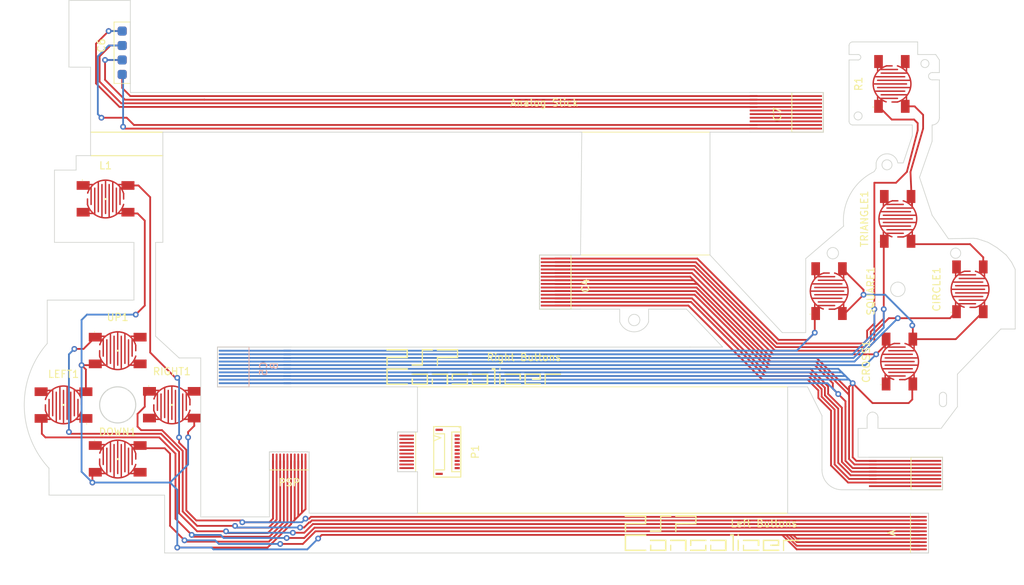
<source format=kicad_pcb>
(kicad_pcb (version 20240108) (generator "pcbnew") (generator_version "8.0")
  (layers (0 "F.Cu" signal) (31 "B.Cu" signal) (34 "B.Paste" user) (35 "F.Paste" user) (36 "B.SilkS" user "B.Silkscreen") (37 "F.SilkS" user "F.Silkscreen") (38 "B.Mask" user) (39 "F.Mask" user) (44 "Edge.Cuts" user))
  (net 0 "")
  (net 1 "/l1")
  (net 2 "/right")
  (net 3 "/up")
  (net 4 "/left")
  (net 5 "/down")
  (net 6 "GND")
  (net 7 "/gnd")
  (net 9 "/cross")
  (net 10 "/Circle")
  (net 11 "/Triangle")
  (net 12 "/R1")
  (net 13 "/Square")
  (net 14 "/X_1")
  (net 15 "/+v")
  (net 16 "/Y_1")
  (net 17 "/X_2")
  (net 18 "/Y_2")
  (net 23 "/keyHold")
  (net 24 "/LED +5v")
  (net 25 "/powerLED")
  (net 26 "/keyPower")
  (net 27 "/chargeLED")
  (net 28 "Net-(C8-Pad5)")
  (net 29 "Net-(C8-Pad7)")
  (net 30 "Net-(C8-Pad10)")
  (net 31 "Net-(C8-Pad8)")
  (net 32 "Net-(C8-Pad1)")
  (net 33 "Net-(C8-Pad3)")
  (net 34 "Net-(C8-Pad9)")
  (net 35 "Net-(C8-Pad6)")
  (net 36 "Net-(C8-Pad2)")
  (net 37 "Net-(C8-Pad4)")
  (footprint "JLCPCB_footprint:KEY-SMD_4P-L5.2-W5.2-P3.70-LS6.4_1" (layer "F.Cu") (at 148 94.5 90)
    (property "Reference" "SQUARE1")
    (property "Value" "K2-1187SQ-E4SW-06")
  )
  (footprint "JLCPCB_footprint:KEY-SMD_4P-L5.2-W5.2-P3.70-LS6.4_1" (layer "F.Cu") (at 47.81985 81.75)
    (property "Reference" "L1")
    (property "Value" "K2-1187SQ-E4SW-06")
  )
  (footprint "consolizer:flex_long_14" (layer "F.Cu") (at 110.075 93.125 90)
    (property "Reference" "C4")
    (property "Value" "flex-conector_14")
    (fp_line (start -3.875 -2.18) (end 3.625 -2.179085) (stroke (width 0.12)) (layer "Edge.Cuts"))
    (fp_line (start 3.625 3.5) (end 3.625 -2.179085) (stroke (width 0.12)) (layer "Edge.Cuts"))
    (fp_line (start -3.874493 3.5) (end -3.874493 -2.18) (stroke (width 0.12)) (layer "Edge.Cuts"))
  )
  (footprint "JLCPCB_footprint:KEY-SMD_4P-L5.2-W5.2-P3.70-LS6.4_1" (layer "F.Cu") (at 56.999873 110.25)
    (property "Reference" "RIGHT1")
    (property "Value" "K2-1187SQ-E4SW-06")
  )
  (footprint "consolizer:PSP-analog" (layer "F.Cu") (at 50.249507 60.751014 -90)
    (property "Reference" "C6")
    (property "Value" "PSP-analog")
    (fp_line (start 5 -1) (end -3.5 -1) (stroke (width 0.12)) (layer "Edge.Cuts"))
  )
  (footprint "consolizer:flex_long_8" (layer "F.Cu") (at 150.432042 117.5 90)
    (property "Reference" "C3" (hide yes))
    (property "Value" "flex-conector_8_1" (hide yes))
    (fp_line (start -4.5 3.067043) (end -4.5 13.247043) (stroke (width 0.12)) (layer "Edge.Cuts"))
    (fp_line (start 0 3.067958) (end 0 13.247958) (stroke (width 0.12)) (layer "Edge.Cuts"))
    (fp_line (start 0 13.247958) (end -4.5 13.247043) (stroke (width 0.12)) (layer "Edge.Cuts"))
  )
  (footprint "JLCPCB_footprint:KEY-SMD_4P-L5.2-W5.2-P3.70-LS6.4_1" (layer "F.Cu") (at 41.999873 110.25 180)
    (property "Reference" "LEFT1")
    (property "Value" "K2-1187SQ-E4SW-06")
  )
  (footprint "JLCPCB_footprint:KEY-SMD_4P-L5.2-W5.2-P3.70-LS6.4_1" (layer "F.Cu") (at 157.75 104.25 90)
    (property "Reference" "CROSS1")
    (property "Value" "K2-1187SQ-E4SW-06")
  )
  (footprint "JLCPCB_footprint:KEY-SMD_4P-L5.2-W5.2-P3.70-LS6.4_1" (layer "F.Cu") (at 167.5 94.250127 90)
    (property "Reference" "CIRCLE1")
    (property "Value" "K2-1187SQ-E4SW-06")
  )
  (footprint "JLCPCB_footprint:FPC-SMD_5034801000" (layer "F.Cu") (at 95.250064 116.750572 -90)
    (property "Reference" "P1")
    (property "Value" "5034801000")
  )
  (footprint "JLCPCB_footprint:KEY-SMD_4P-L5.2-W5.2-P3.70-LS6.4_1" (layer "F.Cu") (at 156.699962 65.819977 90)
    (property "Reference" "R1")
    (property "Value" "K2-1187SQ-E4SW-06")
  )
  (footprint "consolizer:logo_small" (layer "F.Cu") (at 131.75 128)
    (property "Reference" "G***" (hide yes))
    (property "Value" "LOGO" (hide yes))
  )
  (footprint "consolizer:flex_long_10" (layer "F.Cu") (at 143.000915 70.001014 -90)
    (property "Reference" "C7")
    (property "Value" "flex-conector_10")
    (fp_line (start 2.5 6.000915) (end 2.5 -4.179085) (stroke (width 0.12)) (layer "Edge.Cuts"))
    (fp_line (start -3 6) (end -3 -4.18) (stroke (width 0.12)) (layer "Edge.Cuts"))
    (fp_line (start -3 -4.18) (end 2.5 -4.179085) (stroke (width 0.12)) (layer "Edge.Cuts"))
  )
  (footprint "consolizer:flex_short_10" (layer "F.Cu") (at 89.5 116.5 90)
    (property "Reference" "C8" (hide yes))
    (property "Value" "flex-conector_10")
    (fp_line (start 2.5 -1.25) (end 2.5 1.25) (stroke (width 0.12)) (layer "Edge.Cuts"))
    (fp_line (start 2.25 -1.25) (end 2.5 -1.25) (stroke (width 0.12)) (layer "Edge.Cuts"))
    (fp_line (start -2.75 -1.25) (end 2.25 -1.25) (stroke (width 0.12)) (layer "Edge.Cuts"))
    (fp_line (start -2.75 -1.25) (end -3 -1.25) (stroke (width 0.12)) (layer "Edge.Cuts"))
    (fp_line (start -3 -1.25) (end -3 1.25) (stroke (width 0.12)) (layer "Edge.Cuts"))
  )
  (footprint "JLCPCB_footprint:KEY-SMD_4P-L5.2-W5.2-P3.70-LS6.4_1" (layer "F.Cu") (at 49.499873 102.75)
    (property "Reference" "UP1")
    (property "Value" "K2-1187SQ-E4SW-06")
  )
  (footprint "JLCPCB_footprint:KEY-SMD_4P-L5.2-W5.2-P3.70-LS6.4_1" (layer "F.Cu") (at 157.5 84.500127 90)
    (property "Reference" "TRIANGLE1")
    (property "Value" "K2-1187SQ-E4SW-06")
  )
  (footprint "JLCPCB_footprint:KEY-SMD_4P-L5.2-W5.2-P3.70-LS6.4_1" (layer "F.Cu") (at 49.499873 117.75)
    (property "Reference" "DOWN1")
    (property "Value" "K2-1187SQ-E4SW-06")
  )
  (footprint "consolizer:logo_small" (layer "F.Cu") (at 98.75 105)
    (property "Reference" "G***" (hide yes))
    (property "Value" "LOGO" (hide yes))
  )
  (footprint "consolizer:flex_short_10" (layer "F.Cu") (at 160.5 128.25 -90)
    (property "Reference" "C1" (hide yes))
    (property "Value" "flex-conector_10")
    (fp_line (start -3 -1.25) (end -3 1.25) (stroke (width 0.12)) (layer "Edge.Cuts"))
    (fp_line (start -2.75 -1.25) (end -3 -1.25) (stroke (width 0.12)) (layer "Edge.Cuts"))
    (fp_line (start -2.75 -1.25) (end 2.25 -1.25) (stroke (width 0.12)) (layer "Edge.Cuts"))
    (fp_line (start 2.25 -1.25) (end 2.5 -1.25) (stroke (width 0.12)) (layer "Edge.Cuts"))
    (fp_line (start 2.5 -1.25) (end 2.5 1.25) (stroke (width 0.12)) (layer "Edge.Cuts"))
  )
  (footprint "consolizer:flex_short_10" (layer "F.Cu") (at 73.5 118)
    (property "Reference" "C2" (hide yes))
    (property "Value" "flex-conector_10")
    (fp_line (start -3 -1.25) (end -3 1.25) (stroke (width 0.12)) (layer "Edge.Cuts"))
    (fp_line (start -2.75 -1.25) (end -3 -1.25) (stroke (width 0.12)) (layer "Edge.Cuts"))
    (fp_line (start -2.75 -1.25) (end 2.25 -1.25) (stroke (width 0.12)) (layer "Edge.Cuts"))
    (fp_line (start 2.25 -1.25) (end 2.5 -1.25) (stroke (width 0.12)) (layer "Edge.Cuts"))
    (fp_line (start 2.5 -1.25) (end 2.5 1.25) (stroke (width 0.12)) (layer "Edge.Cuts"))
  )
  (footprint "consolizer:flex_long_10" (layer "B.Cu") (at 67.5 105.25 -90)
    (property "Reference" "C5")
    (property "Value" "flex-conector_10")
    (fp_line (start -3 4.18) (end -3 -6) (stroke (width 0.12)) (layer "Edge.Cuts"))
    (fp_line (start 2.5 4.179085) (end -3 4.18) (stroke (width 0.12)) (layer "Edge.Cuts"))
    (fp_line (start 2.5 4.179085) (end 2.5 -6.000915) (stroke (width 0.12)) (layer "Edge.Cuts"))
  )
  (gr_circle (center 41.999873 110.25) (end 41.999873 110.25) (stroke (width 0.15)) (fill none) (layer "F.SilkS"))
  (gr_line (start 55.75 75.75) (end 45.75 75.75) (stroke (width 0.15)) (layer "F.SilkS"))
  (gr_line (start 138.499771 107.75) (end 142.25 107.75) (stroke (width 0.1)) (layer "F.SilkS"))
  (gr_line (start 55.75 72.5) (end 45.75 72.5) (stroke (width 0.15)) (layer "F.SilkS"))
  (gr_circle (center 47.81985 81.75) (end 47.81985 81.75) (stroke (width 0.15)) (fill none) (layer "F.SilkS"))
  (gr_circle (center 49.499873 117.75) (end 49.499873 117.75) (stroke (width 0.15)) (fill none) (layer "F.SilkS"))
  (gr_line (start 91 107.75) (end 138.499771 107.75) (stroke (width 0.1)) (layer "F.SilkS"))
  (gr_line (start 131.5 89.5) (end 113.575 89.500254) (stroke (width 0.1)) (layer "F.SilkS"))
  (gr_circle (center 49.499873 102.75) (end 49.499873 102.75) (stroke (width 0.15)) (fill none) (layer "F.SilkS"))
  (gr_circle (center 56.999873 110.25) (end 56.999873 110.25) (stroke (width 0.15)) (fill none) (layer "F.SilkS"))
  (gr_line (start 131.5 72.5) (end 113.5 72.5) (stroke (width 0.1)) (layer "F.SilkS"))
  (gr_line (start 91 125.25) (end 142.25 125.25) (stroke (width 0.15)) (layer "F.SilkS"))
  (gr_line (start 150.75 71) (end 150.75 62.5) (stroke (width 0.1)) (layer "Edge.Cuts"))
  (gr_line (start 162.25 84) (end 160.5 78.75) (stroke (width 0.1)) (layer "Edge.Cuts"))
  (gr_circle (center 157.5 94.25) (end 157.5 95.25) (stroke (width 0.1)) (fill none) (layer "Edge.Cuts"))
  (gr_line (start 163.25 62.5) (end 163.25 64.25) (stroke (width 0.1)) (layer "Edge.Cuts"))
  (gr_line (start 152 62.5) (end 150.75 62.5) (stroke (width 0.1)) (layer "Edge.Cuts"))
  (gr_arc (start 150.75 60.5) (mid 150.896447 60.146447) (end 151.25 60) (stroke (width 0.1)) (layer "Edge.Cuts"))
  (gr_line (start 42.75 63.5) (end 45.75 63.5) (stroke (width 0.1)) (layer "Edge.Cuts"))
  (gr_line (start 171.75 99.75) (end 165.75 106) (stroke (width 0.1)) (layer "Edge.Cuts"))
  (gr_line (start 58 103.75) (end 54.75 100.75) (stroke (width 0.1)) (layer "Edge.Cuts"))
  (gr_line (start 150.000001 85.5) (end 144.75 90) (stroke (width 0.1)) (layer "Edge.Cuts"))
  (gr_line (start 51.25 67) (end 137.000915 67.001014) (stroke (width 0.1)) (layer "Edge.Cuts"))
  (gr_line (start 147 119.25) (end 147 111.75) (stroke (width 0.1)) (layer "Edge.Cuts"))
  (gr_line (start 43.75 77.75) (end 40.75 77.75) (stroke (width 0.1)) (layer "Edge.Cuts"))
  (gr_line (start 55.75 72.5) (end 55.75 87.75) (stroke (width 0.1)) (layer "Edge.Cuts"))
  (gr_line (start 173.75 91.5) (end 173.75 99.75) (stroke (width 0.1)) (layer "Edge.Cuts"))
  (gr_line (start 163.25 65.25) (end 163.25 70.5) (stroke (width 0.1)) (layer "Edge.Cuts"))
  (gr_line (start 144.75 90) (end 144.75 100.25) (stroke (width 0.1)) (layer "Edge.Cuts"))
  (gr_arc (start 151.25 71.5) (mid 150.896447 71.353553) (end 150.75 71) (stroke (width 0.1)) (layer "Edge.Cuts"))
  (gr_arc (start 163.25 70.5) (mid 162.957107 71.207107) (end 162.25 71.5) (stroke (width 0.1)) (layer "Edge.Cuts"))
  (gr_line (start 45.75 75.75) (end 45.75 63.5) (stroke (width 0.1)) (layer "Edge.Cuts"))
  (gr_line (start 39.75 101.75) (end 39.75 95.75) (stroke (width 0.1)) (layer "Edge.Cuts"))
  (gr_line (start 147 111.75) (end 145 107.75) (stroke (width 0.1)) (layer "Edge.Cuts"))
  (gr_line (start 162.25 73.75) (end 160.5 78.75) (stroke (width 0.1)) (layer "Edge.Cuts"))
  (gr_line (start 142.25 125.25) (end 159.25 125.25) (stroke (width 0.1)) (layer "Edge.Cuts"))
  (gr_circle (center 121 98.5) (end 120.75 99.25) (stroke (width 0.1)) (fill none) (layer "Edge.Cuts"))
  (gr_line (start 40.75 77.75) (end 40.75 87.75) (stroke (width 0.1)) (layer "Edge.Cuts"))
  (gr_line (start 131.5 89.5) (end 141.5 100.25) (stroke (width 0.1)) (layer "Edge.Cuts"))
  (gr_circle (center 156 77.015508) (end 156.5 77.5) (stroke (width 0.1)) (fill none) (layer "Edge.Cuts"))
  (gr_line (start 51.25 65.75) (end 51.25 67) (stroke (width 0.1)) (layer "Edge.Cuts"))
  (gr_line (start 76 125.25) (end 91 125.25) (stroke (width 0.1)) (layer "Edge.Cuts"))
  (gr_line (start 123 97) (end 128.25 97) (stroke (width 0.1)) (layer "Edge.Cuts"))
  (gr_line (start 51.75 88.75) (end 51.75 95.75) (stroke (width 0.1)) (layer "Edge.Cuts"))
  (gr_arc (start 153.25 112) (mid 154 111.25) (end 154.75 112) (stroke (width 0.1)) (layer "Edge.Cuts"))
  (gr_line (start 133.25 102.25) (end 133 102.25) (stroke (width 0.1)) (layer "Edge.Cuts"))
  (gr_line (start 153.25 112) (end 153.25 113.5) (stroke (width 0.1)) (layer "Edge.Cuts"))
  (gr_line (start 43.75 75.75) (end 43.75 77.75) (stroke (width 0.1)) (layer "Edge.Cuts"))
  (gr_line (start 149.75 122) (end 153.5 122) (stroke (width 0.1)) (layer "Edge.Cuts"))
  (gr_line (start 70.5 119.25) (end 70.5 125.75) (stroke (width 0.1)) (layer "Edge.Cuts"))
  (gr_circle (center 165.5 89.25) (end 165 89.75) (stroke (width 0.1)) (fill none) (layer "Edge.Cuts"))
  (gr_line (start 163.25 110) (end 163.25 109) (stroke (width 0.1)) (layer "Edge.Cuts"))
  (gr_line (start 131.5 72.5) (end 137 72.501014) (stroke (width 0.1)) (layer "Edge.Cuts"))
  (gr_line (start 54.75 87.75) (end 55.75 87.75) (stroke (width 0.1)) (layer "Edge.Cuts"))
  (gr_line (start 142.25 107.75) (end 145 107.75) (stroke (width 0.1)) (layer "Edge.Cuts"))
  (gr_line (start 159.5 71.5) (end 151.25 71.5) (stroke (width 0.1)) (layer "Edge.Cuts"))
  (gr_circle (center 148.5 89.25) (end 148.25 90) (stroke (width 0.1)) (fill none) (layer "Edge.Cuts"))
  (gr_line (start 158.25 76.75) (end 159.5 73) (stroke (width 0.1)) (layer "Edge.Cuts"))
  (gr_line (start 42.75 54.25) (end 51.25 54.25) (stroke (width 0.1)) (layer "Edge.Cuts"))
  (gr_circle (center 152 70.25) (end 152.25 70.75) (stroke (width 0.1)) (fill none) (layer "Edge.Cuts"))
  (gr_line (start 150.75 61.75) (end 152 61.75) (stroke (width 0.1)) (layer "Edge.Cuts"))
  (gr_line (start 42.75 63.5) (end 42.75 54.25) (stroke (width 0.1)) (layer "Edge.Cuts"))
  (gr_line (start 113.75 72.5) (end 55.75 72.5) (stroke (width 0.1)) (layer "Edge.Cuts"))
  (gr_line (start 162.25 65.25) (end 163.25 65.25) (stroke (width 0.1)) (layer "Edge.Cuts"))
  (gr_line (start 56 130.75) (end 56 122.75) (stroke (width 0.1)) (layer "Edge.Cuts"))
  (gr_line (start 168 87.184928) (end 164.5 87.25) (stroke (width 0.1)) (layer "Edge.Cuts"))
  (gr_line (start 128.75 102.25) (end 73.5 102.25) (stroke (width 0.1)) (layer "Edge.Cuts"))
  (gr_line (start 39.985773 119.013103) (end 40 122.75) (stroke (width 0.1)) (layer "Edge.Cuts"))
  (gr_line (start 172.5 89.5) (end 173.25 90.5) (stroke (width 0.1)) (layer "Edge.Cuts"))
  (gr_line (start 40 122.75) (end 56 122.75) (stroke (width 0.1)) (layer "Edge.Cuts"))
  (gr_line (start 91 114) (end 91 107.75) (stroke (width 0.1)) (layer "Edge.Cuts"))
  (gr_line (start 162.25 71.75) (end 162.25 73.75) (stroke (width 0.1)) (layer "Edge.Cuts"))
  (gr_line (start 45.75 75.75) (end 43.75 75.75) (stroke (width 0.1)) (layer "Edge.Cuts"))
  (gr_line (start 171.25 88.5) (end 172.5 89.5) (stroke (width 0.1)) (layer "Edge.Cuts"))
  (gr_arc (start 122.999999 98.75) (mid 121 100.136) (end 119.000001 98.75) (stroke (width 0.1)) (layer "Edge.Cuts"))
  (gr_arc (start 150.000001 85.5) (mid 150.926199 81.062505) (end 154.230156 77.958785) (stroke (width 0.1)) (layer "Edge.Cuts"))
  (gr_arc (start 152 61.75) (mid 152.375 62.125) (end 152 62.5) (stroke (width 0.1)) (layer "Edge.Cuts"))
  (gr_line (start 141.5 100.25) (end 144.75 100.25) (stroke (width 0.1)) (layer "Edge.Cuts"))
  (gr_line (start 131.5 89.5) (end 131.5 72.5) (stroke (width 0.1)) (layer "Edge.Cuts"))
  (gr_line (start 133 102.25) (end 128.75 102.25) (stroke (width 0.1)) (layer "Edge.Cuts"))
  (gr_arc (start 163.25 109) (mid 163.75 108.5) (end 164.25 109) (stroke (width 0.1)) (layer "Edge.Cuts"))
  (gr_line (start 128.25 97) (end 133.25 102.25) (stroke (width 0.1)) (layer "Edge.Cuts"))
  (gr_line (start 90.75 119.5) (end 91 119.5) (stroke (width 0.1)) (layer "Edge.Cuts"))
  (gr_line (start 150.75 60.5) (end 150.75 61.75) (stroke (width 0.1)) (layer "Edge.Cuts"))
  (gr_line (start 165.75 106) (end 165.75 110.5) (stroke (width 0.1)) (layer "Edge.Cuts"))
  (gr_line (start 164.25 109) (end 164.25 110) (stroke (width 0.1)) (layer "Edge.Cuts"))
  (gr_line (start 173.25 90.5) (end 173.75 91.5) (stroke (width 0.1)) (layer "Edge.Cuts"))
  (gr_line (start 76 130.75) (end 159.25 130.75) (stroke (width 0.1)) (layer "Edge.Cuts"))
  (gr_line (start 170 87.75) (end 171.25 88.5) (stroke (width 0.1)) (layer "Edge.Cuts"))
  (gr_line (start 151.25 60) (end 160.25 60) (stroke (width 0.1)) (layer "Edge.Cuts"))
  (gr_line (start 91 107.75) (end 73.500915 107.75) (stroke (width 0.1)) (layer "Edge.Cuts"))
  (gr_circle (center 49.5 110.25) (end 52 110.25) (stroke (width 0.15)) (fill none) (layer "Edge.Cuts"))
  (gr_line (start 142.25 107.75) (end 142.25 125.25) (stroke (width 0.1)) (layer "Edge.Cuts"))
  (gr_line (start 173.75 99.75) (end 171.75 99.75) (stroke (width 0.1)) (layer "Edge.Cuts"))
  (gr_line (start 56 130.75) (end 76 130.75) (stroke (width 0.1)) (layer "Edge.Cuts"))
  (gr_line (start 153.25 113.5) (end 152 113.5) (stroke (width 0.1)) (layer "Edge.Cuts"))
  (gr_arc (start 149.75 122) (mid 147.805456 121.194544) (end 147 119.25) (stroke (width 0.1)) (layer "Edge.Cuts"))
  (gr_arc (start 154.500001 76.75) (mid 156 75.492185) (end 157.499999 76.75) (stroke (width 0.1)) (layer "Edge.Cuts"))
  (gr_line (start 113.575 89.5) (end 113.75 72.5) (stroke (width 0.1)) (layer "Edge.Cuts"))
  (gr_line (start 168.5 87.25) (end 170 87.75) (stroke (width 0.1)) (layer "Edge.Cuts"))
  (gr_line (start 162.25 71.5) (end 162.25 71.75) (stroke (width 0.1)) (layer "Edge.Cuts"))
  (gr_line (start 154.230156 77.958785) (end 154.5 77.5) (stroke (width 0.1)) (layer "Edge.Cuts"))
  (gr_line (start 163.5 113.5) (end 154.75 113.5) (stroke (width 0.1)) (layer "Edge.Cuts"))
  (gr_arc (start 164.25 110) (mid 163.75 110.5) (end 163.25 110) (stroke (width 0.1)) (layer "Edge.Cuts"))
  (gr_arc (start 162.25 65.25) (mid 161.75 64.75) (end 162.25 64.25) (stroke (width 0.1)) (layer "Edge.Cuts"))
  (gr_line (start 119 97) (end 113.575 96.999747) (stroke (width 0.1)) (layer "Edge.Cuts"))
  (gr_line (start 76 125.25) (end 76 119.25) (stroke (width 0.1)) (layer "Edge.Cuts"))
  (gr_line (start 54.75 100.75) (end 54.75 95.75) (stroke (width 0.1)) (layer "Edge.Cuts"))
  (gr_line (start 119 97) (end 119 98.75) (stroke (width 0.1)) (layer "Edge.Cuts"))
  (gr_line (start 91 114) (end 90.75 114) (stroke (width 0.1)) (layer "Edge.Cuts"))
  (gr_line (start 154.75 113.5) (end 154.75 112) (stroke (width 0.1)) (layer "Edge.Cuts"))
  (gr_line (start 40.75 87.75) (end 51.75 87.75) (stroke (width 0.1)) (layer "Edge.Cuts"))
  (gr_line (start 61 103.75) (end 58 103.75) (stroke (width 0.1)) (layer "Edge.Cuts"))
  (gr_line (start 54.75 87.75) (end 54.75 95.75) (stroke (width 0.1)) (layer "Edge.Cuts"))
  (gr_line (start 70.5 125.75) (end 61 125.75) (stroke (width 0.1)) (layer "Edge.Cuts"))
  (gr_line (start 154.5 77.5) (end 154.500001 76.75) (stroke (width 0.1)) (layer "Edge.Cuts"))
  (gr_line (start 163.25 64.25) (end 162.25 64.25) (stroke (width 0.1)) (layer "Edge.Cuts"))
  (gr_line (start 61 125.75) (end 61 103.75) (stroke (width 0.1)) (layer "Edge.Cuts"))
  (gr_line (start 165.75 110.5) (end 163.5 113.5) (stroke (width 0.1)) (layer "Edge.Cuts"))
  (gr_line (start 152 113.5) (end 152 117.5) (stroke (width 0.1)) (layer "Edge.Cuts"))
  (gr_line (start 157.5 76.75) (end 158.25 76.75) (stroke (width 0.1)) (layer "Edge.Cuts"))
  (gr_line (start 168 87.184928) (end 168.5 87.25) (stroke (width 0.1)) (layer "Edge.Cuts"))
  (gr_line (start 39.75 95.75) (end 51.75 95.75) (stroke (width 0.1)) (layer "Edge.Cuts"))
  (gr_line (start 162.75 61.75) (end 163.25 62.5) (stroke (width 0.1)) (layer "Edge.Cuts"))
  (gr_line (start 51.25 57.25) (end 51.25 54.25) (stroke (width 0.1)) (layer "Edge.Cuts"))
  (gr_line (start 164.5 87.25) (end 162.25 84) (stroke (width 0.1)) (layer "Edge.Cuts"))
  (gr_line (start 91 125.25) (end 91 119.5) (stroke (width 0.1)) (layer "Edge.Cuts"))
  (gr_line (start 51.75 87.75) (end 51.75 88.75) (stroke (width 0.1)) (layer "Edge.Cuts"))
  (gr_line (start 159.5 73) (end 159.5 71.5) (stroke (width 0.1)) (layer "Edge.Cuts"))
  (gr_line (start 160.25 61.75) (end 162.75 61.75) (stroke (width 0.1)) (layer "Edge.Cuts"))
  (gr_line (start 152 117.5) (end 153.499085 117.5) (stroke (width 0.1)) (layer "Edge.Cuts"))
  (gr_line (start 160.25 60) (end 160.25 61.75) (stroke (width 0.1)) (layer "Edge.Cuts"))
  (gr_circle (center 161.25 63) (end 161.75 63.25) (stroke (width 0.1)) (fill none) (layer "Edge.Cuts"))
  (gr_line (start 123 98.75) (end 123 97) (stroke (width 0.1)) (layer "Edge.Cuts"))
  (gr_arc (start 39.985773 119.013103) (mid 36.566273 110.426644) (end 39.75 101.75) (stroke (width 0.1)) (layer "Edge.Cuts"))
  (gr_text "B" (at 71.75 104.25 -270) (layer "B.SilkS") (effects (font (size 1 1)) (justify left bottom mirror)))
  (gr_text "A" (at 157.25 128.5 90) (layer "F.SilkS") (effects (font (size 1 1)) (justify left bottom)))
  (gr_text "Left Buttons" (at 134.25 127.25 0) (layer "F.SilkS") (effects (font (size 1 1)) (justify left bottom)))
  (gr_text "Right Buttons" (at 100.5 104.25 0) (layer "F.SilkS") (effects (font (size 1 1)) (justify left bottom)))
  (gr_text "PSP" (at 73.25 121 0) (layer "F.SilkS") (effects (font (size 1 1))))
  (gr_text "Analog Stick" (at 103.75 69 0) (layer "F.SilkS") (effects (font (size 1 1)) (justify left bottom)))
  (segment (start 54 103) (end 54 81.5) (width 0.25) (layer "F.Cu") (net 1))
  (segment (start 57.5 106.5) (end 54 103) (width 0.25) (layer "F.Cu") (net 1))
  (segment (start 66.5 126.25) (end 66.75 126.5) (width 0.25) (layer "F.Cu") (net 1))
  (segment (start 60.386396 126.25) (end 66.5 126.25) (width 0.25) (layer "F.Cu") (net 1))
  (segment (start 52.375108 79.875108) (end 50.919926 79.875108) (width 0.25) (layer "F.Cu") (net 1))
  (segment (start 54 81.5) (end 52.375108 79.875108) (width 0.25) (layer "F.Cu") (net 1))
  (segment (start 71 126) (end 70.5 126.5) (width 0.25) (layer "F.Cu") (net 1))
  (segment (start 76 126) (end 75.5 126) (width 0.25) (layer "F.Cu") (net 1))
  (segment (start 59 124.863604) (end 60.386396 126.25) (width 0.25) (layer "F.Cu") (net 1))
  (segment (start 160.5 125.75) (end 76.25 125.75) (width 0.25) (layer "F.Cu") (net 1))
  (segment (start 59 116.477208) (end 58 115.477208) (width 0.25) (layer "F.Cu") (net 1))
  (segment (start 59 116.477208) (end 59 124.863604) (width 0.25) (layer "F.Cu") (net 1))
  (segment (start 70.5 126.5) (end 66.75 126.5) (width 0.25) (layer "F.Cu") (net 1))
  (segment (start 71 118) (end 71 126) (width 0.25) (layer "F.Cu") (net 1))
  (segment (start 76.25 125.75) (end 76 126) (width 0.25) (layer "F.Cu") (net 1))
  (segment (start 58 115.477208) (end 58 114.75) (width 0.25) (layer "F.Cu") (net 1))
  (segment (start 57.75 106.5) (end 57.5 106.5) (width 0.25) (layer "F.Cu") (net 1))
  (via (at 75.5 126) (size 0.8) (drill 0.4) (layers "F.Cu" "B.Cu") (net 1))
  (via (at 57.75 106.5) (size 0.8) (drill 0.4) (layers "F.Cu" "B.Cu") (net 1))
  (via (at 58 114.75) (size 0.8) (drill 0.4) (layers "F.Cu" "B.Cu") (net 1))
  (via (at 66.75 126.5) (size 0.8) (drill 0.4) (layers "F.Cu" "B.Cu") (net 1))
  (segment (start 58 114.75) (end 58 106.75) (width 0.25) (layer "B.Cu") (net 1))
  (segment (start 66.75 126.5) (end 75 126.5) (width 0.25) (layer "B.Cu") (net 1))
  (segment (start 75 126.5) (end 75.5 126) (width 0.25) (layer "B.Cu") (net 1))
  (segment (start 58 106.75) (end 57.75 106.5) (width 0.25) (layer "B.Cu") (net 1))
  (segment (start 65.75 127) (end 60.5 127) (width 0.25) (layer "F.Cu") (net 2))
  (segment (start 58.5 125) (end 58.5 116.613604) (width 0.25) (layer "F.Cu") (net 2))
  (segment (start 52.75 113.75) (end 52.25 113.25) (width 0.25) (layer "F.Cu") (net 2))
  (segment (start 58.5 116.613604) (end 55.636396 113.75) (width 0.25) (layer "F.Cu") (net 2))
  (segment (start 76.123411 126.512307) (end 76.385718 126.25) (width 0.25) (layer "F.Cu") (net 2))
  (segment (start 55.636396 113.75) (end 52.75 113.75) (width 0.25) (layer "F.Cu") (net 2))
  (segment (start 74.75 127.2245) (end 75.300114 127.2245) (width 0.25) (layer "F.Cu") (net 2))
  (segment (start 76.012307 126.512307) (end 76.123411 126.512307) (width 0.25) (layer "F.Cu") (net 2))
  (segment (start 60.5 127) (end 58.5 125) (width 0.25) (layer "F.Cu") (net 2))
  (segment (start 53.25 109.024905) (end 53.899797 108.375108) (width 0.25) (layer "F.Cu") (net 2))
  (segment (start 66 127.25) (end 65.75 127) (width 0.25) (layer "F.Cu") (net 2))
  (segment (start 52.25 111.5) (end 53.25 110.5) (width 0.25) (layer "F.Cu") (net 2))
  (segment (start 71.5 126.135717) (end 70.385717 127.25) (width 0.25) (layer "F.Cu") (net 2))
  (segment (start 75.300114 127.2245) (end 76.012307 126.512307) (width 0.25) (layer "F.Cu") (net 2))
  (segment (start 70.385717 127.25) (end 66 127.25) (width 0.25) (layer "F.Cu") (net 2))
  (segment (start 52.25 113.25) (end 52.25 111.5) (width 0.25) (layer "F.Cu") (net 2))
  (segment (start 71.5 118) (end 71.5 126.135717) (width 0.25) (layer "F.Cu") (net 2))
  (segment (start 76.385718 126.25) (end 160.5 126.25) (width 0.25) (layer "F.Cu") (net 2))
  (segment (start 53.25 110.5) (end 53.25 109.024905) (width 0.25) (layer "F.Cu") (net 2))
  (via (at 74.75 127.2245) (size 0.8) (drill 0.4) (layers "F.Cu" "B.Cu") (net 2))
  (via (at 65.75 127) (size 0.8) (drill 0.4) (layers "F.Cu" "B.Cu") (net 2))
  (segment (start 65.974511 127.224511) (end 74.749989 127.224511) (width 0.25) (layer "B.Cu") (net 2))
  (segment (start 65.75 127) (end 65.974511 127.224511) (width 0.25) (layer "B.Cu") (net 2))
  (segment (start 74.749989 127.224511) (end 74.75 127.2245) (width 0.25) (layer "B.Cu") (net 2))
  (segment (start 44.774905 102.5) (end 46.399797 100.875108) (width 0.25) (layer "F.Cu") (net 3))
  (segment (start 58 125.25) (end 60.5 127.75) (width 0.25) (layer "F.Cu") (net 3))
  (segment (start 70.271435 128) (end 64.75 128) (width 0.25) (layer "F.Cu") (net 3))
  (segment (start 72 126.271434) (end 71.978566 126.271434) (width 0.25) (layer "F.Cu") (net 3))
  (segment (start 43 114.25) (end 42.75 114) (width 0.25) (layer "F.Cu") (net 3))
  (segment (start 60.5 127.75) (end 64.5 127.75) (width 0.25) (layer "F.Cu") (net 3))
  (segment (start 71.978566 126.271434) (end 71.94952 126.30048) (width 0.25) (layer "F.Cu") (net 3))
  (segment (start 64.75 128) (end 64.5 127.75) (width 0.25) (layer "F.Cu") (net 3))
  (segment (start 71.94952 126.30048) (end 71.94952 126.321915) (width 0.25) (layer "F.Cu") (net 3))
  (segment (start 160.5 126.75) (end 76.521436 126.75) (width 0.25) (layer "F.Cu") (net 3))
  (segment (start 75.322425 127.949011) (end 73.75 127.949011) (width 0.25) (layer "F.Cu") (net 3))
  (segment (start 44.25 114.25) (end 43 114.25) (width 0.25) (layer "F.Cu") (net 3))
  (segment (start 55.5 114.25) (end 58 116.75) (width 0.25) (layer "F.Cu") (net 3))
  (segment (start 71.94952 126.321915) (end 70.271435 128) (width 0.25) (layer "F.Cu") (net 3))
  (segment (start 44.25 114.25) (end 55.5 114.25) (width 0.25) (layer "F.Cu") (net 3))
  (segment (start 58 116.75) (end 58 125.25) (width 0.25) (layer "F.Cu") (net 3))
  (segment (start 72 118) (end 72 126.271434) (width 0.25) (layer "F.Cu") (net 3))
  (segment (start 43.5 102.5) (end 44.774905 102.5) (width 0.25) (layer "F.Cu") (net 3))
  (segment (start 76.521436 126.75) (end 75.322425 127.949011) (width 0.25) (layer "F.Cu") (net 3))
  (via (at 73.75 127.949011) (size 0.8) (drill 0.4) (layers "F.Cu" "B.Cu") (net 3))
  (via (at 64.5 127.75) (size 0.8) (drill 0.4) (layers "F.Cu" "B.Cu") (net 3))
  (via (at 42.75 114) (size 0.8) (drill 0.4) (layers "F.Cu" "B.Cu") (net 3))
  (via (at 43.5 102.5) (size 0.8) (drill 0.4) (layers "F.Cu" "B.Cu") (net 3))
  (segment (start 42.75 114) (end 42.75 103.25) (width 0.25) (layer "B.Cu") (net 3))
  (segment (start 42.75 103.25) (end 43.5 102.5) (width 0.25) (layer "B.Cu") (net 3))
  (segment (start 64.699011 127.949011) (end 64.5 127.75) (width 0.25) (layer "B.Cu") (net 3))
  (segment (start 73.75 127.949011) (end 64.699011 127.949011) (width 0.25) (layer "B.Cu") (net 3))
  (segment (start 38.899797 112.075133) (end 39.074664 112.25) (width 0.25) (layer "F.Cu") (net 4))
  (segment (start 39 114.25) (end 39 112.225095) (width 0.25) (layer "F.Cu") (net 4))
  (segment (start 55.25 114.75) (end 39.5 114.75) (width 0.25) (layer "F.Cu") (net 4))
  (segment (start 76.75 127.25) (end 75.326489 128.673511) (width 0.25) (layer "F.Cu") (net 4))
  (segment (start 59.75 128.25) (end 57.5 126) (width 0.25) (layer "F.Cu") (net 4))
  (segment (start 57.5 126) (end 57.5 117) (width 0.25) (layer "F.Cu") (net 4))
  (segment (start 72.5 118) (end 72.5 126.5) (width 0.25) (layer "F.Cu") (net 4))
  (segment (start 57.5 117) (end 55.25 114.75) (width 0.25) (layer "F.Cu") (net 4))
  (segment (start 160.5 127.25) (end 76.75 127.25) (width 0.25) (layer "F.Cu") (net 4))
  (segment (start 39 112.225095) (end 38.899797 112.124892) (width 0.25) (layer "F.Cu") (net 4))
  (segment (start 39.5 114.75) (end 39 114.25) (width 0.25) (layer "F.Cu") (net 4))
  (segment (start 70.5 128.5) (end 60 128.5) (width 0.25) (layer "F.Cu") (net 4))
  (segment (start 72.5 126.5) (end 70.5 128.5) (width 0.25) (layer "F.Cu") (net 4))
  (segment (start 60 128.5) (end 59.75 128.25) (width 0.25) (layer "F.Cu") (net 4))
  (segment (start 75.326489 128.673511) (end 72.892691 128.673511) (width 0.25) (layer "F.Cu") (net 4))
  (via (at 72.892691 128.673511) (size 0.8) (drill 0.4) (layers "F.Cu" "B.Cu") (net 4))
  (via (at 59.75 128.25) (size 0.8) (drill 0.4) (layers "F.Cu" "B.Cu") (net 4))
  (segment (start 64.173511 128.673511) (end 63.75 128.25) (width 0.25) (layer "B.Cu") (net 4))
  (segment (start 63.75 128.25) (end 59.75 128.25) (width 0.25) (layer "B.Cu") (net 4))
  (segment (start 72.892691 128.673511) (end 64.173511 128.673511) (width 0.25) (layer "B.Cu") (net 4))
  (segment (start 52.599949 115.875108) (end 52.974841 116.25) (width 0.25) (layer "F.Cu") (net 5))
  (segment (start 56.75 117) (end 56.75 127) (width 0.25) (layer "F.Cu") (net 5))
  (segment (start 58.75 129) (end 58.80048 128.94952) (width 0.25) (layer "F.Cu") (net 5))
  (segment (start 70.431802 129.181802) (end 58.931802 129.181802) (width 0.25) (layer "F.Cu") (net 5))
  (segment (start 56 116.25) (end 56.75 117) (width 0.25) (layer "F.Cu") (net 5))
  (segment (start 73 126.635718) (end 73 118) (width 0.25) (layer "F.Cu") (net 5))
  (segment (start 70.664084 128.94952) (end 70.431802 129.181802) (width 0.25) (layer "F.Cu") (net 5))
  (segment (start 76.885718 127.75) (end 160.5 127.75) (width 0.25) (layer "F.Cu") (net 5))
  (segment (start 70.686197 128.94952) (end 70.664084 128.94952) (width 0.25) (layer "F.Cu") (net 5))
  (segment (start 72 129.5) (end 75.135718 129.5) (width 0.25) (layer "F.Cu") (net 5))
  (segment (start 52.974841 116.25) (end 56 116.25) (width 0.25) (layer "F.Cu") (net 5))
  (segment (start 56.75 127) (end 58.75 129) (width 0.25) (layer "F.Cu") (net 5))
  (segment (start 75.135718 129.5) (end 76.885718 127.75) (width 0.25) (layer "F.Cu") (net 5))
  (segment (start 58.931802 129.181802) (end 58.75 129) (width 0.25) (layer "F.Cu") (net 5))
  (segment (start 70.686197 128.94952) (end 73 126.635718) (width 0.25) (layer "F.Cu") (net 5))
  (via (at 58.75 129) (size 0.8) (drill 0.4) (layers "F.Cu" "B.Cu") (net 5))
  (via (at 72 129.5) (size 0.8) (drill 0.4) (layers "F.Cu" "B.Cu") (net 5))
  (segment (start 63 129) (end 63.5 129.5) (width 0.25) (layer "B.Cu") (net 5))
  (segment (start 58.75 129) (end 63 129) (width 0.25) (layer "B.Cu") (net 5))
  (segment (start 63.5 129.5) (end 72 129.5) (width 0.25) (layer "B.Cu") (net 5))
  (segment (start 73.5 126.5) (end 73.589293 126.589293) (width 0.25) (layer "F.Cu") (net 6))
  (segment (start 77.75 128.25) (end 141.5 128.25) (width 0.25) (layer "F.Cu") (net 6))
  (segment (start 46.22493 104.75) (end 46.399797 104.575133) (width 0.25) (layer "F.Cu") (net 6))
  (segment (start 59.25 114.75) (end 59.25 114) (width 0.25) (layer "F.Cu") (net 6))
  (segment (start 143.5 130.25) (end 141.5 128.25) (width 0.25) (layer "F.Cu") (net 6))
  (segment (start 143 128.25) (end 143.5 128.75) (width 0.25) (layer "F.Cu") (net 6))
  (segment (start 46 119.97493) (end 46.399797 119.575133) (width 0.25) (layer "F.Cu") (net 6))
  (segment (start 45.825133 104.575133) (end 46.399797 104.575133) (width 0.25) (layer "F.Cu") (net 6))
  (segment (start 75.5 118) (end 75.5 124.678585) (width 0.25) (layer "F.Cu") (net 6))
  (segment (start 73.589293 126.589293) (end 74.464293 125.714293) (width 0.25) (layer "F.Cu") (net 6))
  (segment (start 73.5 118) (end 73.5 126.5) (width 0.25) (layer "F.Cu") (net 6))
  (segment (start 143.5 128.75) (end 160.5 128.75) (width 0.25) (layer "F.Cu") (net 6))
  (segment (start 60.099949 113.150051) (end 60.099949 112.075133) (width 0.25) (layer "F.Cu") (net 6))
  (segment (start 70.872395 129.39904) (end 73.5 126.771435) (width 0.25) (layer "F.Cu") (net 6))
  (segment (start 45.099949 105.349949) (end 44.5 104.75) (width 0.25) (layer "F.Cu") (net 6))
  (segment (start 46.5 60.25) (end 46.5 65.75) (width 0.25) (layer "F.Cu") (net 6))
  (segment (start 59.25 114) (end 60.099949 113.150051) (width 0.25) (layer "F.Cu") (net 6))
  (segment (start 70.872395 129.39904) (end 70.85096 129.39904) (width 0.25) (layer "F.Cu") (net 6))
  (segment (start 50.125 58.5) (end 48.25 58.5) (width 0.25) (layer "F.Cu") (net 6))
  (segment (start 142.5 128.25) (end 142 128.25) (width 0.25) (layer "F.Cu") (net 6))
  (segment (start 77.75 128.25) (end 77.25 128.75) (width 0.25) (layer "F.Cu") (net 6))
  (segment (start 74 118) (end 74 126.178586) (width 0.25) (layer "F.Cu") (net 6))
  (segment (start 46.574664 119.75) (end 46.399797 119.575133) (width 0.25) (layer "F.Cu") (net 6))
  (segment (start 160.5 130.25) (end 143.5 130.25) (width 0.25) (layer "F.Cu") (net 6))
  (segment (start 142 128.25) (end 143.5 129.75) (width 0.25) (layer "F.Cu") (net 6))
  (segment (start 70.85096 129.39904) (end 70.25 130) (width 0.25) (layer "F.Cu") (net 6))
  (segment (start 46.5 65.75) (end 49.751014 69.001014) (width 0.25) (layer "F.Cu") (net 6))
  (segment (start 45.099949 108.424867) (end 45.099949 105.349949) (width 0.25) (layer "F.Cu") (net 6))
  (segment (start 160.5 128.25) (end 143 128.25) (width 0.25) (layer "F.Cu") (net 6))
  (segment (start 50.919926 83.575133) (end 51.094793 83.75) (width 0.25) (layer "F.Cu") (net 6))
  (segment (start 74.5 118) (end 74.5 125.678586) (width 0.25) (layer "F.Cu") (net 6))
  (segment (start 53.25 84.75) (end 53.25 96.5) (width 0.25) (layer "F.Cu") (net 6))
  (segment (start 143.5 129.75) (end 160.5 129.75) (width 0.25) (layer "F.Cu") (net 6))
  (segment (start 142 128.25) (end 141.5 128.25) (width 0.25) (layer "F.Cu") (net 6))
  (segment (start 75 118) (end 75 125.178586) (width 0.25) (layer "F.Cu") (net 6))
  (segment (start 70.25 130) (end 57.75 130) (width 0.25) (layer "F.Cu") (net 6))
  (segment (start 49.751014 69.001014) (end 138.000915 69.001014) (width 0.25) (layer "F.Cu") (net 6))
  (segment (start 52.25 83.75) (end 53.25 84.75) (width 0.25) (layer "F.Cu") (net 6))
  (segment (start 73.5 126.771435) (end 73.5 126.5) (width 0.25) (layer "F.Cu") (net 6))
  (segment (start 48.25 58.5) (end 46.5 60.25) (width 0.25) (layer "F.Cu") (net 6))
  (segment (start 46 121) (end 46 119.97493) (width 0.25) (layer "F.Cu") (net 6))
  (segment (start 74.464293 125.714293) (end 75.5 124.678585) (width 0.25) (layer "F.Cu") (net 6))
  (segment (start 143.5 129.25) (end 142.5 128.25) (width 0.25) (layer "F.Cu") (net 6))
  (segment (start 60.024816 112) (end 60.099949 112.075133) (width 0.25) (layer "F.Cu") (net 6))
  (segment (start 160.5 129.25) (end 143.5 129.25) (width 0.25) (layer "F.Cu") (net 6))
  (segment (start 143 128.25) (end 142.5 128.25) (width 0.25) (layer "F.Cu") (net 6))
  (segment (start 53.25 96.5) (end 52 97.75) (width 0.25) (layer "F.Cu") (net 6))
  (segment (start 44.5 104.75) (end 46.22493 104.75) (width 0.25) (layer "F.Cu") (net 6))
  (segment (start 51.094793 83.75) (end 52.25 83.75) (width 0.25) (layer "F.Cu") (net 6))
  (via (at 48.25 58.5) (size 0.8) (drill 0.4) (layers "F.Cu" "B.Cu") (net 6))
  (via (at 46 121) (size 0.8) (drill 0.4) (layers "F.Cu" "B.Cu") (net 6))
  (via (at 59.25 114.75) (size 0.8) (drill 0.4) (layers "F.Cu" "B.Cu") (net 6))
  (via (at 52 97.75) (size 0.8) (drill 0.4) (layers "F.Cu" "B.Cu") (net 6))
  (via (at 44.5 104.75) (size 0.8) (drill 0.4) (layers "F.Cu" "B.Cu") (net 6))
  (via (at 77.25 128.75) (size 0.8) (drill 0.4) (layers "F.Cu" "B.Cu") (net 6))
  (via (at 57.75 130) (size 0.8) (drill 0.4) (layers "F.Cu" "B.Cu") (net 6))
  (segment (start 75.75 130.25) (end 77.25 128.75) (width 0.25) (layer "B.Cu") (net 6))
  (segment (start 52 97.75) (end 45.25 97.75) (width 0.25) (layer "B.Cu") (net 6))
  (segment (start 59.25 118.5) (end 59.25 114.75) (width 0.25) (layer "B.Cu") (net 6))
  (segment (start 57.75 130) (end 57.75 122) (width 0.25) (layer "B.Cu") (net 6))
  (segment (start 44.5 119.5) (end 46 121) (width 0.25) (layer "B.Cu") (net 6))
  (segment (start 45.25 97.75) (end 44.5 98.5) (width 0.25) (layer "B.Cu") (net 6))
  (segment (start 57.75 130) (end 62.5 130) (width 0.25) (layer "B.Cu") (net 6))
  (segment (start 50.125 58.5) (end 48.25 58.5) (width 0.25) (layer "B.Cu") (net 6))
  (segment (start 62.75 130.25) (end 75.75 130.25) (width 0.25) (layer "B.Cu") (net 6))
  (segment (start 56.75 121) (end 59.25 118.5) (width 0.25) (layer "B.Cu") (net 6))
  (segment (start 44.5 98.5) (end 44.5 104.75) (width 0.25) (layer "B.Cu") (net 6))
  (segment (start 44.5 104.75) (end 44.5 119.5) (width 0.25) (layer "B.Cu") (net 6))
  (segment (start 62.5 130) (end 62.75 130.25) (width 0.25) (layer "B.Cu") (net 6))
  (segment (start 57.75 122) (end 56.75 121) (width 0.25) (layer "B.Cu") (net 6))
  (segment (start 56.75 121) (end 46 121) (width 0.25) (layer "B.Cu") (net 6))
  (segment (start 159.5 107.425209) (end 159.575133 107.350076) (width 0.25) (layer "F.Cu") (net 7))
  (segment (start 150.75 117.75) (end 150.75 109) (width 0.25) (layer "F.Cu") (net 7))
  (segment (start 169.450216 91.275007) (end 169.325133 91.149924) (width 0.25) (layer "F.Cu") (net 7))
  (segment (start 150.75 109) (end 150.75 108.5) (width 0.25) (layer "F.Cu") (net 7))
  (segment (start 110.075 93.5) (end 129.75 93.5) (width 0.25) (layer "F.Cu") (net 7))
  (segment (start 140 103.75) (end 146.25 103.75) (width 0.25) (layer "F.Cu") (net 7))
  (segment (start 159.700216 101.275007) (end 159.575133 101.149924) (width 0.25) (layer "F.Cu") (net 7))
  (segment (start 159.450216 82.569977) (end 159.25 78) (width 0.25) (layer "F.Cu") (net 7))
  (segment (start 159 110) (end 159.5 109.5) (width 0.25) (layer "F.Cu") (net 7))
  (segment (start 165.525412 101.149924) (end 159.575133 101.149924) (width 0.25) (layer "F.Cu") (net 7))
  (segment (start 151.5 118.5) (end 150.75 117.75) (width 0.25) (layer "F.Cu") (net 7))
  (segment (start 151 107.25) (end 151.25 107.25) (width 0.25) (layer "F.Cu") (net 7))
  (segment (start 110.075 92.5) (end 128.75 92.5) (width 0.25) (layer "F.Cu") (net 7))
  (segment (start 159.820231 68.920053) (end 158.525095 68.920053) (width 0.25) (layer "F.Cu") (net 7))
  (segment (start 110.075 94) (end 129.636396 94) (width 0.25) (layer "F.Cu") (net 7))
  (segment (start 159.25 78) (end 161 72) (width 0.25) (layer "F.Cu") (net 7))
  (segment (start 169.325133 97.350203) (end 165.525412 101.149924) (width 0.25) (layer "F.Cu") (net 7))
  (segment (start 151.25 107.5) (end 151 107.25) (width 0.25) (layer "F.Cu") (net 7))
  (segment (start 159.575133 101.149924) (end 159.575133 99.325133) (width 0.25) (layer "F.Cu") (net 7))
  (segment (start 150.75 107.75) (end 150.75 108.5) (width 0.25) (layer "F.Cu") (net 7))
  (segment (start 161 72) (end 161 70.099822) (width 0.25) (layer "F.Cu") (net 7))
  (segment (start 161 70.099822) (end 159.820231 68.920053) (width 0.25) (layer "F.Cu") (net 7))
  (segment (start 150.75 108.863604) (end 150.75 109) (width 0.25) (layer "F.Cu") (net 7))
  (segment (start 151.25 107.25) (end 154 110) (width 0.25) (layer "F.Cu") (net 7))
  (segment (start 151.25 117.5) (end 151.25 107.5) (width 0.25) (layer "F.Cu") (net 7))
  (segment (start 159.5 109.5) (end 159.5 107.425209) (width 0.25) (layer "F.Cu") (net 7))
  (segment (start 169.325133 91.149924) (end 169.325133 89.825133) (width 0.25) (layer "F.Cu") (net 7))
  (segment (start 150.75 108.25) (end 150.75 108.5) (width 0.25) (layer "F.Cu") (net 7))
  (segment (start 159.725057 88) (end 159.325133 87.600076) (width 0.25) (layer "F.Cu") (net 7))
  (segment (start 154 110) (end 159 110) (width 0.25) (layer "F.Cu") (net 7))
  (segment (start 129.75 93.5) (end 140 103.75) (width 0.25) (layer "F.Cu") (net 7))
  (segment (start 129.25 93) (end 129.75 93.5) (width 0.25) (layer "F.Cu") (net 7))
  (segment (start 159.575133 99.325133) (end 159.5 99.25) (width 0.25) (layer "F.Cu") (net 7))
  (segment (start 146.25 103.75) (end 150.75 108.25) (width 0.25) (layer "F.Cu") (net 7))
  (segment (start 159.700216 107.224993) (end 159.575133 107.350076) (width 0.25) (layer "F.Cu") (net 7))
  (segment (start 151.25 107.25) (end 150.75 107.75) (width 0.25) (layer "F.Cu") (net 7))
  (segment (start 151.75 118) (end 151.25 117.5) (width 0.25) (layer "F.Cu") (net 7))
  (segment (start 146.136396 104.25) (end 150.75 108.863604) (width 0.25) (layer "F.Cu") (net 7))
  (segment (start 129.636396 94) (end 139.886396 104.25) (width 0.25) (layer "F.Cu") (net 7))
  (segment (start 150.149924 97.600076) (end 149.825133 97.600076) (width 0.25) (layer "F.Cu") (net 7))
  (segment (start 139.886396 104.25) (end 146.136396 104.25) (width 0.25) (layer "F.Cu") (net 7))
  (segment (start 152.75 95) (end 152.75 94.324791) (width 0.25) (layer "F.Cu") (net 7))
  (segment (start 169.325133 89.825133) (end 167.5 88) (width 0.25) (layer "F.Cu") (net 7))
  (segment (start 152.75 94.324791) (end 149.825133 91.399924) (width 0.25) (layer "F.Cu") (net 7))
  (segment (start 167.5 88) (end 159.725057 88) (width 0.25) (layer "F.Cu") (net 7))
  (segment (start 154.5 118.5) (end 151.5 118.5) (width 0.25) (layer "F.Cu") (net 7))
  (segment (start 154.5 118) (end 151.75 118) (width 0.25) (layer "F.Cu") (net 7))
  (segment (start 110.075 93) (end 129.25 93) (width 0.25) (layer "F.Cu") (net 7))
  (segment (start 128.75 92.5) (end 129.25 93) (width 0.25) (layer "F.Cu") (net 7))
  (segment (start 152.75 95) (end 150.149924 97.600076) (width 0.25) (layer "F.Cu") (net 7))
  (via (at 152.75 95) (size 0.8) (drill 0.4) (layers "F.Cu" "B.Cu") (net 7))
  (via (at 159.5 99.25) (size 0.8) (drill 0.4) (layers "F.Cu" "B.Cu") (net 7))
  (via (at 151.25 107.25) (size 0.8) (drill 0.4) (layers "F.Cu" "B.Cu") (net 7))
  (segment (start 159.5 98.75) (end 159.5 99.25) (width 0.25) (layer "B.Cu") (net 7))
  (segment (start 150.25 106.25) (end 150.125 106.125) (width 0.25) (layer "B.Cu") (net 7))
  (segment (start 72.5 106.75) (end 150.75 106.75) (width 0.25) (layer "B.Cu") (net 7))
  (segment (start 149.75 105.75) (end 149.25 105.25) (width 0.25) (layer "B.Cu") (net 7))
  (segment (start 152.75 95) (end 155.75 95) (width 0.25) (layer "B.Cu") (net 7))
  (segment (start 155.75 95) (end 159.5 98.75) (width 0.25) (layer "B.Cu") (net 7))
  (segment (start 151.25 107.25) (end 150.75 106.75) (width 0.25) (layer "B.Cu") (net 7))
  (segment (start 72.5 106.25) (end 150.25 106.25) (width 0.25) (layer "B.Cu") (net 7))
  (segment (start 150.125 106.125) (end 149.75 105.75) (width 0.25) (layer "B.Cu") (net 7))
  (segment (start 150.75 106.75) (end 150.25 106.25) (width 0.25) (layer "B.Cu") (net 7))
  (segment (start 149.25 105.25) (end 72.5 105.25) (width 0.25) (layer "B.Cu") (net 7))
  (segment (start 72.5 105.75) (end 149.75 105.75) (width 0.25) (layer "B.Cu") (net 7))
  (segment (start 140.25 103.25) (end 154.5 103.25) (width 0.25) (layer "F.Cu") (net 9))
  (segment (start 154.5 103.25) (end 155.875108 101.874892) (width 0.25) (layer "F.Cu") (net 9))
  (segment (start 155.875108 101.874892) (end 155.875108 101.149924) (width 0.25) (layer "F.Cu") (net 9))
  (segment (start 129 92) (end 140.25 103.25) (width 0.25) (layer "F.Cu") (net 9))
  (segment (start 110.075 92) (end 129 92) (width 0.25) (layer "F.Cu") (net 9))
  (via (at 154.5 103.25) (size 0.8) (drill 0.4) (layers "F.Cu" "B.Cu") (net 9))
  (segment (start 153 104.75) (end 154.5 103.25) (width 0.25) (layer "B.Cu") (net 9))
  (segment (start 72.5 104.75) (end 153 104.75) (width 0.25) (layer "B.Cu") (net 9))
  (segment (start 110.075 91.5) (end 129.25 91.5) (width 0.25) (layer "F.Cu") (net 10))
  (segment (start 154.25 100.25) (end 156.25 98.25) (width 0.25) (layer "F.Cu") (net 10))
  (segment (start 140.5 102.75) (end 153 102.75) (width 0.25) (layer "F.Cu") (net 10))
  (segment (start 129.25 91.5) (end 140.5 102.75) (width 0.25) (layer "F.Cu") (net 10))
  (segment (start 164.725184 98.25) (end 165.625108 97.350076) (width 0.25) (layer "F.Cu") (net 10))
  (segment (start 157.5 98.25) (end 164.725184 98.25) (width 0.25) (layer "F.Cu") (net 10))
  (segment (start 154.25 101.5) (end 154.25 100.25) (width 0.25) (layer "F.Cu") (net 10))
  (segment (start 153 102.75) (end 154.25 101.5) (width 0.25) (layer "F.Cu") (net 10))
  (segment (start 156.25 98.25) (end 157.5 98.25) (width 0.25) (layer "F.Cu") (net 10))
  (via (at 157.5 98.25) (size 0.8) (drill 0.4) (layers "F.Cu" "B.Cu") (net 10))
  (segment (start 151.5 104.25) (end 157.5 98.25) (width 0.25) (layer "B.Cu") (net 10))
  (segment (start 72.5 104.25) (end 151.5 104.25) (width 0.25) (layer "B.Cu") (net 10))
  (segment (start 155.550038 97) (end 155.550038 87.675146) (width 0.25) (layer "F.Cu") (net 11))
  (segment (start 155.550038 98.313566) (end 155.550038 97) (width 0.25) (layer "F.Cu") (net 11))
  (segment (start 140.636396 102.25) (end 152.863604 102.25) (width 0.25) (layer "F.Cu") (net 11))
  (segment (start 129.386396 91) (end 140.636396 102.25) (width 0.25) (layer "F.Cu") (net 11))
  (segment (start 153.75 101.363604) (end 153.75 100.113604) (width 0.25) (layer "F.Cu") (net 11))
  (segment (start 155.550038 87.675146) (end 155.625108 87.600076) (width 0.25) (layer "F.Cu") (net 11))
  (segment (start 110.075 91) (end 129.386396 91) (width 0.25) (layer "F.Cu") (net 11))
  (segment (start 152.863604 102.25) (end 153.75 101.363604) (width 0.25) (layer "F.Cu") (net 11))
  (segment (start 153.75 100.113604) (end 155.550038 98.313566) (width 0.25) (layer "F.Cu") (net 11))
  (via (at 155.550038 97) (size 0.8) (drill 0.4) (layers "F.Cu" "B.Cu") (net 11))
  (segment (start 72.5 103.75) (end 151.363604 103.75) (width 0.25) (layer "B.Cu") (net 11))
  (segment (start 155.5 97.050038) (end 155.550038 97) (width 0.25) (layer "B.Cu") (net 11))
  (segment (start 155.550038 99.563566) (end 155.550038 97) (width 0.25) (layer "B.Cu") (net 11))
  (segment (start 151.363604 103.75) (end 155.550038 99.563566) (width 0.25) (layer "B.Cu") (net 11))
  (segment (start 154.25 98.977208) (end 154.25 97) (width 0.25) (layer "F.Cu") (net 12))
  (segment (start 129.522792 90.5) (end 140.772792 101.75) (width 0.25) (layer "F.Cu") (net 12))
  (segment (start 153.25 101.227208) (end 153.25 99.977208) (width 0.25) (layer "F.Cu") (net 12))
  (segment (start 160.25 72.25) (end 160.25 71.25) (width 0.25) (layer "F.Cu") (net 12))
  (segment (start 140.772792 101.75) (end 152.727208 101.75) (width 0.25) (layer "F.Cu") (net 12))
  (segment (start 157.25 79.5) (end 158.75 78) (width 0.25) (layer "F.Cu") (net 12))
  (segment (start 156.655017 70.75) (end 154.82507 68.920053) (width 0.25) (layer "F.Cu") (net 12))
  (segment (start 158.75 78) (end 160.25 72.25) (width 0.25) (layer "F.Cu") (net 12))
  (segment (start 159.75 70.75) (end 156.655017 70.75) (width 0.25) (layer "F.Cu") (net 12))
  (segment (start 154.25 97) (end 154.25 79.5) (width 0.25) (layer "F.Cu") (net 12))
  (segment (start 154.25 79.5) (end 157.25 79.5) (width 0.25) (layer "F.Cu") (net 12))
  (segment (start 160.25 71.25) (end 159.75 70.75) (width 0.25) (layer "F.Cu") (net 12))
  (segment (start 110.075 90.5) (end 129.522792 90.5) (width 0.25) (layer "F.Cu") (net 12))
  (segment (start 152.727208 101.75) (end 153.25 101.227208) (width 0.25) (layer "F.Cu") (net 12))
  (segment (start 153.25 99.977208) (end 154.25 98.977208) (width 0.25) (layer "F.Cu") (net 12))
  (via (at 154.25 97) (size 0.8) (drill 0.4) (layers "F.Cu" "B.Cu") (net 12))
  (segment (start 154.25 100.227208) (end 154.25 97) (width 0.25) (layer "B.Cu") (net 12))
  (segment (start 151.227208 103.25) (end 154.25 100.227208) (width 0.25) (layer "B.Cu") (net 12))
  (segment (start 72.5 103.25) (end 151.227208 103.25) (width 0.25) (layer "B.Cu") (net 12))
  (segment (start 145 101.25) (end 146 100.25) (width 0.25) (layer "F.Cu") (net 13))
  (segment (start 146 97.725184) (end 146.125108 97.600076) (width 0.25) (layer "F.Cu") (net 13))
  (segment (start 129.75 90) (end 141 101.25) (width 0.25) (layer "F.Cu") (net 13))
  (segment (start 110.075 90) (end 129.75 90) (width 0.25) (layer "F.Cu") (net 13))
  (segment (start 146 100.25) (end 146 97.725184) (width 0.25) (layer "F.Cu") (net 13))
  (segment (start 141 101.25) (end 145 101.25) (width 0.25) (layer "F.Cu") (net 13))
  (via (at 146 100.25) (size 0.8) (drill 0.4) (layers "F.Cu" "B.Cu") (net 13))
  (segment (start 143.5 102.75) (end 146 100.25) (width 0.25) (layer "B.Cu") (net 13))
  (segment (start 72.5 102.75) (end 143.5 102.75) (width 0.25) (layer "B.Cu") (net 13))
  (segment (start 50.125 60.5) (end 48.5 60.5) (width 0.25) (layer "F.Cu") (net 14))
  (segment (start 49.998986 68.501014) (end 138.000915 68.501014) (width 0.25) (layer "F.Cu") (net 14))
  (segment (start 48.5 60.5) (end 47 62) (width 0.25) (layer "F.Cu") (net 14))
  (segment (start 47 62) (end 47 65.502028) (width 0.25) (layer "F.Cu") (net 14))
  (segment (start 47 65.502028) (end 49.998986 68.501014) (width 0.25) (layer "F.Cu") (net 14))
  (segment (start 61.5 68) (end 61.501014 68.001014) (width 0.25) (layer "F.Cu") (net 15))
  (segment (start 47.75 62.5) (end 47.75 65.25) (width 0.25) (layer "F.Cu") (net 15))
  (segment (start 47.75 65.25) (end 50.5 68) (width 0.25) (layer "F.Cu") (net 15))
  (segment (start 50.125 62.5) (end 47.75 62.5) (width 0.25) (layer "F.Cu") (net 15))
  (segment (start 50.5 68) (end 61.5 68) (width 0.25) (layer "F.Cu") (net 15))
  (segment (start 61.501014 68.001014) (end 138.000915 68.001014) (width 0.25) (layer "F.Cu") (net 15))
  (via (at 47.75 62.5) (size 0.8) (drill 0.4) (layers "F.Cu" "B.Cu") (net 15))
  (segment (start 50.125 62.5) (end 47.75 62.5) (width 0.25) (layer "B.Cu") (net 15))
  (segment (start 50.125 66.375) (end 51.251014 67.501014) (width 0.25) (layer "F.Cu") (net 16))
  (segment (start 51.251014 67.501014) (end 138.000915 67.501014) (width 0.25) (layer "F.Cu") (net 16))
  (segment (start 50.125 64.5) (end 50.125 66.375) (width 0.25) (layer "F.Cu") (net 16))
  (segment (start 50.75 70.5) (end 51.751014 71.501014) (width 0.25) (layer "F.Cu") (net 17))
  (segment (start 47.25 70.5) (end 50.75 70.5) (width 0.25) (layer "F.Cu") (net 17))
  (segment (start 51.751014 71.501014) (end 138.000915 71.501014) (width 0.25) (layer "F.Cu") (net 17))
  (via (at 47.25 70.5) (size 0.8) (drill 0.4) (layers "F.Cu" "B.Cu") (net 17))
  (segment (start 46.75 62) (end 48.25 60.5) (width 0.25) (layer "B.Cu") (net 17))
  (segment (start 46.75 70) (end 46.75 62) (width 0.25) (layer "B.Cu") (net 17))
  (segment (start 47.25 70.5) (end 46.75 70) (width 0.25) (layer "B.Cu") (net 17))
  (segment (start 48.25 60.5) (end 50.125 60.5) (width 0.25) (layer "B.Cu") (net 17))
  (segment (start 50.501014 72.001014) (end 138.000915 72.001014) (width 0.25) (layer "F.Cu") (net 18))
  (segment (start 50.25 71.75) (end 50.501014 72.001014) (width 0.25) (layer "F.Cu") (net 18))
  (via (at 50.25 71.75) (size 0.8) (drill 0.4) (layers "F.Cu" "B.Cu") (net 18))
  (segment (start 50.25 64.625) (end 50.125 64.5) (width 0.25) (layer "B.Cu") (net 18))
  (segment (start 50.25 71.75) (end 50.25 64.625) (width 0.25) (layer "B.Cu") (net 18))
  (segment (start 110.075 95) (end 129.363604 95) (width 0.25) (layer "F.Cu") (net 23))
  (segment (start 129.363604 95) (end 139.613604 105.25) (width 0.25) (layer "F.Cu") (net 23))
  (segment (start 149.75 118.136396) (end 151.113604 119.5) (width 0.25) (layer "F.Cu") (net 23))
  (segment (start 147.85 108.736396) (end 149.75 110.636396) (width 0.25) (layer "F.Cu") (net 23))
  (segment (start 147.85 107.690812) (end 147.85 108.736396) (width 0.25) (layer "F.Cu") (net 23))
  (segment (start 145.409188 105.25) (end 147.85 107.690812) (width 0.25) (layer "F.Cu") (net 23))
  (segment (start 139.613604 105.25) (end 145.409188 105.25) (width 0.25) (layer "F.Cu") (net 23))
  (segment (start 151.113604 119.5) (end 154.5 119.5) (width 0.25) (layer "F.Cu") (net 23))
  (segment (start 149.75 110.636396) (end 149.75 118.136396) (width 0.25) (layer "F.Cu") (net 23))
  (segment (start 128.5 96.5) (end 110.075 96.5) (width 0.25) (layer "F.Cu") (net 24))
  (segment (start 154.5 121) (end 150.613604 121) (width 0.25) (layer "F.Cu") (net 24))
  (segment (start 148.25 111.045584) (end 146.5 109.295584) (width 0.25) (layer "F.Cu") (net 24))
  (segment (start 148.25 118.636396) (end 148.25 111.045584) (width 0.25) (layer "F.Cu") (net 24))
  (segment (start 146.5 109.295584) (end 146.5 108.25) (width 0.25) (layer "F.Cu") (net 24))
  (segment (start 138.75 106.75) (end 128.5 96.5) (width 0.25) (layer "F.Cu") (net 24))
  (segment (start 150.613604 121) (end 148.25 118.636396) (width 0.25) (layer "F.Cu") (net 24))
  (segment (start 145 106.75) (end 138.75 106.75) (width 0.25) (layer "F.Cu") (net 24))
  (segment (start 146.5 108.25) (end 145 106.75) (width 0.25) (layer "F.Cu") (net 24))
  (segment (start 150.977208 120) (end 149.25 118.272792) (width 0.25) (layer "F.Cu") (net 25))
  (segment (start 149.25 118.272792) (end 149.25 110.772792) (width 0.25) (layer "F.Cu") (net 25))
  (segment (start 129 95.5) (end 110.075 95.5) (width 0.25) (layer "F.Cu") (net 25))
  (segment (start 154.5 120) (end 150.977208 120) (width 0.25) (layer "F.Cu") (net 25))
  (segment (start 147.4 108.922792) (end 147.4 107.877208) (width 0.25) (layer "F.Cu") (net 25))
  (segment (start 145.272792 105.75) (end 139.25 105.75) (width 0.25) (layer "F.Cu") (net 25))
  (segment (start 147.4 107.877208) (end 145.272792 105.75) (width 0.25) (layer "F.Cu") (net 25))
  (segment (start 149.25 110.772792) (end 147.4 108.922792) (width 0.25) (layer "F.Cu") (net 25))
  (segment (start 139.25 105.75) (end 129 95.5) (width 0.25) (layer "F.Cu") (net 25))
  (segment (start 151.25 119) (end 150.25 118) (width 0.25) (layer "F.Cu") (net 26))
  (segment (start 139.75 104.75) (end 146 104.75) (width 0.25) (layer "F.Cu") (net 26))
  (segment (start 129.5 94.5) (end 139.75 104.75) (width 0.25) (layer "F.Cu") (net 26))
  (segment (start 148.5 108) (end 149.25 108.75) (width 0.25) (layer "F.Cu") (net 26))
  (segment (start 150.25 118) (end 150.25 110.5) (width 0.25) (layer "F.Cu") (net 26))
  (segment (start 154.5 119) (end 151.25 119) (width 0.25) (layer "F.Cu") (net 26))
  (segment (start 150.25 110.5) (end 150.25 109.75) (width 0.25) (layer "F.Cu") (net 26))
  (segment (start 110.075 94.5) (end 129.5 94.5) (width 0.25) (layer "F.Cu") (net 26))
  (segment (start 146 104.75) (end 148.5 107.25) (width 0.25) (layer "F.Cu") (net 26))
  (segment (start 150.25 109.75) (end 149.25 108.75) (width 0.25) (layer "F.Cu") (net 26))
  (segment (start 148.5 107.25) (end 148.5 108) (width 0.25) (layer "F.Cu") (net 26))
  (via (at 149.25 108.75) (size 0.8) (drill 0.4) (layers "F.Cu" "B.Cu") (net 26))
  (segment (start 149.25 108.75) (end 147.75 107.25) (width 0.25) (layer "B.Cu") (net 26))
  (segment (start 147.75 107.25) (end 72.5 107.25) (width 0.25) (layer "B.Cu") (net 26))
  (segment (start 148.75 118.5) (end 150.75 120.5) (width 0.25) (layer "F.Cu") (net 27))
  (segment (start 145.136396 106.25) (end 146.95 108.063604) (width 0.25) (layer "F.Cu") (net 27))
  (segment (start 146.95 109.109188) (end 148.75 110.909188) (width 0.25) (layer "F.Cu") (net 27))
  (segment (start 148.75 110.909188) (end 148.75 118.5) (width 0.25) (layer "F.Cu") (net 27))
  (segment (start 128.863604 96) (end 139.113604 106.25) (width 0.25) (layer "F.Cu") (net 27))
  (segment (start 150.75 120.5) (end 154.5 120.5) (width 0.25) (layer "F.Cu") (net 27))
  (segment (start 146.95 108.063604) (end 146.95 109.109188) (width 0.25) (layer "F.Cu") (net 27))
  (segment (start 139.113604 106.25) (end 145.136396 106.25) (width 0.25) (layer "F.Cu") (net 27))
  (segment (start 110.075 96) (end 128.863604 96) (width 0.25) (layer "F.Cu") (net 27))
)
</source>
